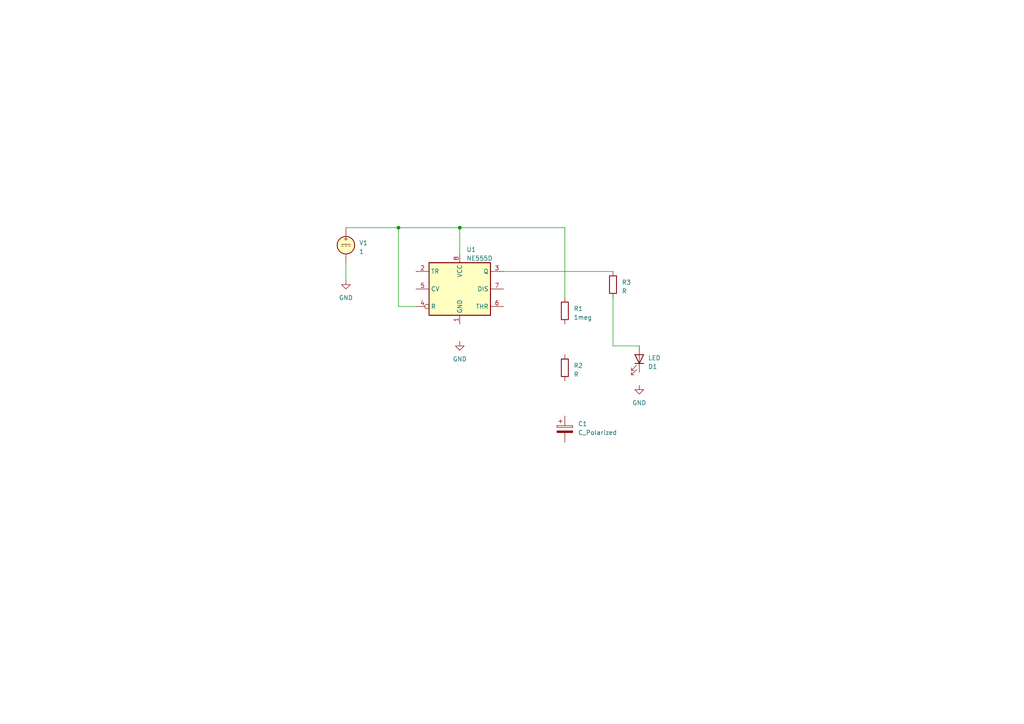
<source format=kicad_sch>
(kicad_sch (version 20230121) (generator eeschema)
  (paper "A4")
  (lib_symbols
    (symbol "Device:C_Polarized" (pin_numbers hide) (pin_names (offset 0.254))
      (property "Reference" "C" (at 0.635 2.54 0))
      (property "Value" "C_Polarized" (at 0.635 -2.54 0))
      (symbol "C_Polarized_0_1"
        (rectangle (start -2.286 0.508) (end 2.286 1.016))
        (polyline (pts (xy -1.778 2.286) (xy -0.762 2.286)))
        (polyline (pts (xy -1.27 2.794) (xy -1.27 1.778)))
        (rectangle (start 2.286 -0.508) (end -2.286 -1.016) (fill (type outline)))
      )
      (symbol "C_Polarized_1_1"
        (pin passive line (at 0 3.81 270) (length 2.794) (name "~") (number "1"))
        (pin passive line (at 0 -3.81 90) (length 2.794) (name "~") (number "2"))
      )
    )
    (symbol "Device:LED" (pin_numbers hide) (pin_names (offset 1.016) hide)
      (property "Reference" "D" (at 0 2.54 0))
      (property "Value" "LED" (at 0 -2.54 0))
      (symbol "LED_0_1"
        (polyline (pts (xy -1.27 -1.27) (xy -1.27 1.27)) (stroke (width 0.254)))
        (polyline (pts (xy -1.27 0) (xy 1.27 0)))
        (polyline (pts (xy 1.27 -1.27) (xy 1.27 1.27) (xy -1.27 0) (xy 1.27 -1.27)) (stroke (width 0.254)))
        (polyline (pts (xy -3.048 -0.762) (xy -4.572 -2.286) (xy -3.81 -2.286) (xy -4.572 -2.286) (xy -4.572 -1.524)))
        (polyline (pts (xy -1.778 -0.762) (xy -3.302 -2.286) (xy -2.54 -2.286) (xy -3.302 -2.286) (xy -3.302 -1.524)))
      )
      (symbol "LED_1_1"
        (pin passive line (at -3.81 0 0) (length 2.54) (name "K") (number "1"))
        (pin passive line (at 3.81 0 180) (length 2.54) (name "A") (number "2"))
      )
    )
    (symbol "Device:R" (pin_numbers hide) (pin_names (offset 0))
      (property "Reference" "R" (at 2.032 0 90))
      (property "Value" "R" (at 0 0 90))
      (symbol "R_0_1"
        (rectangle (start -1.016 -2.54) (end 1.016 2.54) (stroke (width 0.254)))
      )
      (symbol "R_1_1"
        (pin passive line (at 0 3.81 270) (length 1.27) (name "~") (number "1"))
        (pin passive line (at 0 -3.81 90) (length 1.27) (name "~") (number "2"))
      )
    )
    (symbol "Simulation_SPICE:VDC" (pin_numbers hide) (pin_names (offset 0.0254))
      (property "Reference" "V" (at 2.54 2.54 0))
      (property "Value" "1" (at 2.54 0 0))
      (symbol "VDC_0_0"
        (polyline (pts (xy -1.27 0.254) (xy 1.27 0.254)))
        (polyline (pts (xy -0.762 -0.254) (xy -1.27 -0.254)))
        (polyline (pts (xy 0.254 -0.254) (xy -0.254 -0.254)))
        (polyline (pts (xy 1.27 -0.254) (xy 0.762 -0.254)))
        (text "+" (at 0 1.905 0) (effects (font (size 1.27 1.27))))
      )
      (symbol "VDC_0_1"
        (circle (center 0 0) (radius 2.54) (stroke (width 0.254)) (fill (type background)))
      )
      (symbol "VDC_1_1"
        (pin passive line (at 0 5.08 270) (length 2.54) (name "~") (number "1"))
        (pin passive line (at 0 -5.08 90) (length 2.54) (name "~") (number "2"))
      )
    )
    (symbol "Timer:NE555D"
      (property "Reference" "U" (at -10.16 8.89 0))
      (property "Value" "NE555D" (at 2.54 8.89 0))
      (symbol "NE555D_0_0"
        (pin power_in line (at 0 -10.16 90) (length 2.54) (name "GND") (number "1"))
        (pin power_in line (at 0 10.16 270) (length 2.54) (name "VCC") (number "8"))
      )
      (symbol "NE555D_0_1"
        (rectangle (start -8.89 -7.62) (end 8.89 7.62) (stroke (width 0.254)) (fill (type background)))
        (rectangle (start -8.89 -7.62) (end 8.89 7.62) (stroke (width 0.254)) (fill (type background)))
      )
      (symbol "NE555D_1_1"
        (pin input line (at -12.7 5.08 0) (length 3.81) (name "TR") (number "2"))
        (pin output line (at 12.7 5.08 180) (length 3.81) (name "Q") (number "3"))
        (pin input inverted (at -12.7 -5.08 0) (length 3.81) (name "R") (number "4"))
        (pin input line (at -12.7 0 0) (length 3.81) (name "CV") (number "5"))
        (pin input line (at 12.7 -5.08 180) (length 3.81) (name "THR") (number "6"))
        (pin input line (at 12.7 0 180) (length 3.81) (name "DIS") (number "7"))
      )
    )
    (symbol "power:GND" (power) (pin_names (offset 0))
      (property "Value" "GND" (at 0 -3.81 0))
      (symbol "GND_0_1"
        (polyline (pts (xy 0 0) (xy 0 -1.27) (xy 1.27 -1.27) (xy 0 -2.54) (xy -1.27 -1.27) (xy 0 -1.27)))
      )
      (symbol "GND_1_1"
        (pin power_in line (at 0 0 270) (length 0) hide (name "GND") (number "1"))
      )
    )
  )
  (junction (at 133.35 66.04))
  (junction (at 115.57 66.04))
  (wire (pts (xy 177.8 86.36) (xy 177.8 100.33)))
  (wire (pts (xy 177.8 100.33) (xy 185.42 100.33)))
  (wire (pts (xy 133.35 66.04) (xy 163.83 66.04)))
  (wire (pts (xy 133.35 73.66) (xy 133.35 66.04)))
  (wire (pts (xy 163.83 86.36) (xy 163.83 66.04)))
  (wire (pts (xy 146.05 78.74) (xy 177.8 78.74)))
  (wire (pts (xy 115.57 66.04) (xy 133.35 66.04)))
  (wire (pts (xy 100.33 66.04) (xy 115.57 66.04)))
  (wire (pts (xy 100.33 76.2) (xy 100.33 81.28)))
  (wire (pts (xy 120.65 88.9) (xy 115.57 88.9)))
  (wire (pts (xy 115.57 88.9) (xy 115.57 66.04)))
  (symbol (lib_id "Timer:NE555D") (at 133.35 83.82 0) (unit 1)
    (property "Reference" "U1" (at 135.3059 72.39 0) (effects (justify left)))
    (property "Value" "NE555D" (at 135.3059 74.93 0) (effects (justify left)))
    (property "Footprint" "Package_SO:SOIC-8_3.9x4.9mm_P1.27mm" (effects hide))
    (property "Datasheet" "http://www.ti.com/lit/ds/symlink/ne555.pdf" (effects hide))
    (property "Sim.Name" "NE555" (effects hide))
    (property "Sim.Library" "/Users/soumojitbhattacharya/Downloads/NE555.lib" (effects hide))
    (property "Sim.Device" "SUBCKT" (effects hide))
    (property "Sim.Pins" "1=1 2=2 3=3 4=4 5=5 6=6 7=7 8=8" (effects hide))
  )
  (symbol (lib_id "power:GND") (at 185.42 111.76 0) (unit 1)
    (property "Reference" "#PWR01" (effects hide))
    (property "Value" "GND" (at 185.42 116.84 0))
  )
  (symbol (lib_id "power:GND") (at 100.33 81.28 0) (unit 1)
    (property "Reference" "#PWR03" (effects hide))
    (property "Value" "GND" (at 100.33 86.36 0))
  )
  (symbol (lib_id "Device:C_Polarized") (at 163.83 124.46 0) (unit 1)
    (property "Reference" "C1" (at 167.64 122.936 0) (effects (justify left)))
    (property "Value" "C_Polarized" (at 167.64 125.476 0) (effects (justify left)))
  )
  (symbol (lib_id "power:GND") (at 133.35 99.06 0) (unit 1)
    (property "Reference" "#PWR02" (effects hide))
    (property "Value" "GND" (at 133.35 104.14 0))
  )
  (symbol (lib_id "Device:R") (at 163.83 90.17 0) (unit 1)
    (property "Reference" "R1" (at 166.37 89.535 0) (effects (justify left)))
    (property "Value" "1meg" (at 166.37 92.075 0) (effects (justify left)))
  )
  (symbol (lib_id "Device:R") (at 163.83 106.68 0) (unit 1)
    (property "Reference" "R2" (at 166.37 106.045 0) (effects (justify left)))
    (property "Value" "R" (at 166.37 108.585 0) (effects (justify left)))
  )
  (symbol (lib_id "Simulation_SPICE:VDC") (at 100.33 71.12 0) (unit 1)
    (property "Reference" "V1" (at 104.14 70.4492 0) (effects (justify left)))
    (property "Value" "1" (at 104.14 72.9892 0) (effects (justify left)))
    (property "Sim.Pins" "1=+ 2=-" (effects hide))
    (property "Sim.Type" "DC" (effects hide))
    (property "Sim.Device" "V" (effects hide))
  )
  (symbol (lib_id "Device:LED") (at 185.42 104.14 270) (mirror x) (unit 1)
    (property "Reference" "D1" (at 187.96 106.3625 90) (effects (justify left)))
    (property "Value" "LED" (at 187.96 103.8225 90) (effects (justify left)))
  )
  (symbol (lib_id "Device:R") (at 177.8 82.55 0) (unit 1)
    (property "Reference" "R3" (at 180.34 81.915 0) (effects (justify left)))
    (property "Value" "R" (at 180.34 84.455 0) (effects (justify left)))
  )
)
</source>
